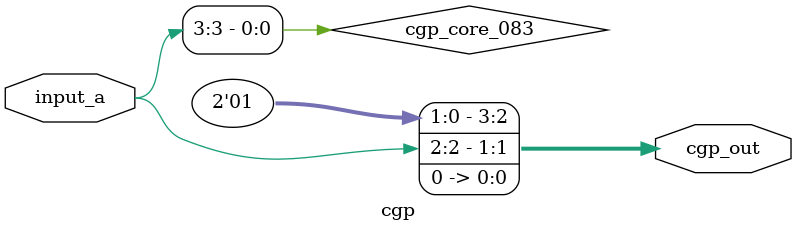
<source format=v>
module cgp(input [13:0] input_a, output [3:0] cgp_out);
  wire cgp_core_016;
  wire cgp_core_021;
  wire cgp_core_023;
  wire cgp_core_024;
  wire cgp_core_025_not;
  wire cgp_core_027;
  wire cgp_core_028;
  wire cgp_core_029;
  wire cgp_core_031;
  wire cgp_core_033;
  wire cgp_core_034_not;
  wire cgp_core_035;
  wire cgp_core_037;
  wire cgp_core_038;
  wire cgp_core_040;
  wire cgp_core_045;
  wire cgp_core_046;
  wire cgp_core_047;
  wire cgp_core_050;
  wire cgp_core_051;
  wire cgp_core_055;
  wire cgp_core_056;
  wire cgp_core_059;
  wire cgp_core_060;
  wire cgp_core_061;
  wire cgp_core_063_not;
  wire cgp_core_064;
  wire cgp_core_067;
  wire cgp_core_072;
  wire cgp_core_074;
  wire cgp_core_076;
  wire cgp_core_077;
  wire cgp_core_079;
  wire cgp_core_081;
  wire cgp_core_083;
  wire cgp_core_086;
  wire cgp_core_087;
  wire cgp_core_089;
  wire cgp_core_090;

  assign cgp_core_016 = ~(input_a[9] & input_a[2]);
  assign cgp_core_021 = ~(input_a[3] & input_a[0]);
  assign cgp_core_023 = input_a[5] & input_a[8];
  assign cgp_core_024 = ~(input_a[2] | input_a[6]);
  assign cgp_core_025_not = ~input_a[1];
  assign cgp_core_027 = input_a[1] | input_a[8];
  assign cgp_core_028 = input_a[12] ^ input_a[5];
  assign cgp_core_029 = ~input_a[7];
  assign cgp_core_031 = ~(input_a[12] | input_a[9]);
  assign cgp_core_033 = ~(input_a[9] ^ input_a[4]);
  assign cgp_core_034_not = ~input_a[13];
  assign cgp_core_035 = ~(input_a[13] & input_a[7]);
  assign cgp_core_037 = input_a[3] & input_a[13];
  assign cgp_core_038 = ~(input_a[3] | input_a[13]);
  assign cgp_core_040 = ~(input_a[4] ^ input_a[10]);
  assign cgp_core_045 = ~(input_a[13] | input_a[13]);
  assign cgp_core_046 = ~(input_a[10] ^ input_a[11]);
  assign cgp_core_047 = ~input_a[8];
  assign cgp_core_050 = ~(input_a[10] ^ input_a[9]);
  assign cgp_core_051 = ~input_a[3];
  assign cgp_core_055 = ~input_a[1];
  assign cgp_core_056 = input_a[10] ^ input_a[6];
  assign cgp_core_059 = input_a[3] | input_a[10];
  assign cgp_core_060 = ~input_a[2];
  assign cgp_core_061 = ~input_a[3];
  assign cgp_core_063_not = ~input_a[12];
  assign cgp_core_064 = input_a[11] & input_a[1];
  assign cgp_core_067 = ~(input_a[2] ^ input_a[3]);
  assign cgp_core_072 = input_a[0] & input_a[9];
  assign cgp_core_074 = input_a[11] | input_a[3];
  assign cgp_core_076 = ~(input_a[12] & input_a[0]);
  assign cgp_core_077 = input_a[6] ^ input_a[9];
  assign cgp_core_079 = input_a[1] | input_a[6];
  assign cgp_core_081 = ~(input_a[2] & input_a[4]);
  assign cgp_core_083 = input_a[3] & input_a[3];
  assign cgp_core_086 = input_a[7] & input_a[10];
  assign cgp_core_087 = input_a[12] & input_a[0];
  assign cgp_core_089 = input_a[5] | input_a[3];
  assign cgp_core_090 = ~(input_a[11] & input_a[0]);

  assign cgp_out[0] = 1'b0;
  assign cgp_out[1] = input_a[2];
  assign cgp_out[2] = 1'b1;
  assign cgp_out[3] = 1'b0;
endmodule
</source>
